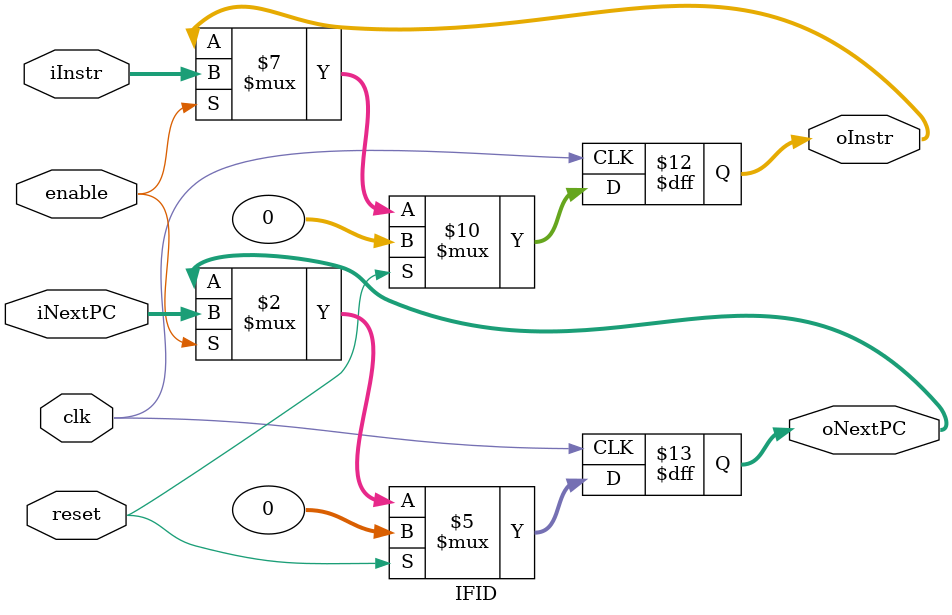
<source format=v>
module IFID(
    clk,reset,
    iInstr,iNextPC,
    oInstr,oNextPC,
    enable
);

input clk, reset, enable;
input [31:0] iInstr;
input [31:0] iNextPC;

output [31:0] oInstr;
output [31:0] oNextPC;

reg [31:0] oInstr;
reg [31:0] oNextPC;

always @(posedge clk)
begin
    if(reset) begin
        oInstr <= 32'b0;
        oNextPC <= 32'b0;
    end
    else begin
    
    if(enable) begin
        oInstr <= iInstr;
        oNextPC <= iNextPC;
    end

    end
end

endmodule
</source>
